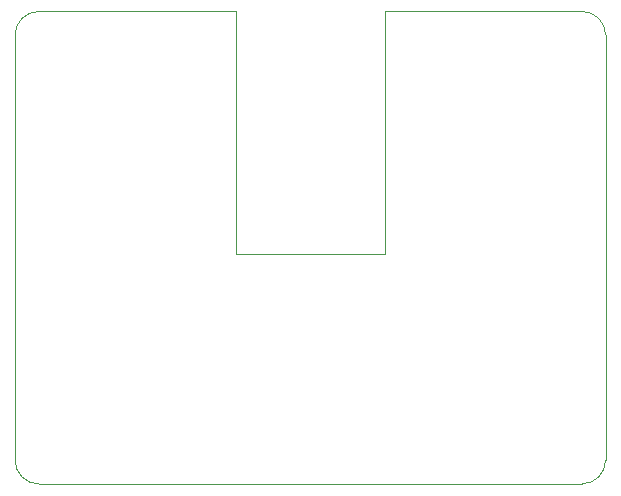
<source format=gbr>
%TF.GenerationSoftware,KiCad,Pcbnew,8.0.5*%
%TF.CreationDate,2024-09-18T02:34:05+09:00*%
%TF.ProjectId,MIDI_Pedal,4d494449-5f50-4656-9461-6c2e6b696361,rev?*%
%TF.SameCoordinates,Original*%
%TF.FileFunction,Profile,NP*%
%FSLAX46Y46*%
G04 Gerber Fmt 4.6, Leading zero omitted, Abs format (unit mm)*
G04 Created by KiCad (PCBNEW 8.0.5) date 2024-09-18 02:34:05*
%MOMM*%
%LPD*%
G01*
G04 APERTURE LIST*
%TA.AperFunction,Profile*%
%ADD10C,0.050000*%
%TD*%
G04 APERTURE END LIST*
D10*
X150000000Y-88038000D02*
G75*
G02*
X148000000Y-90038000I-2000000J0D01*
G01*
X102000000Y-90038000D02*
G75*
G02*
X100000000Y-88038000I0J2000000D01*
G01*
X100000000Y-52038000D02*
G75*
G02*
X102000000Y-50038000I2000000J0D01*
G01*
X148000000Y-50038000D02*
G75*
G02*
X150000000Y-52038000I0J-2000000D01*
G01*
X148000000Y-90038000D02*
X102000000Y-90038000D01*
X118664000Y-50038000D02*
X118664000Y-70566000D01*
X150000000Y-52038000D02*
X150000000Y-88038000D01*
X118664000Y-50038000D02*
X102000000Y-50038000D01*
X131300000Y-70566000D02*
X131300000Y-50038000D01*
X100000000Y-52038000D02*
X100000000Y-88038000D01*
X131300000Y-50038000D02*
X148000000Y-50038000D01*
X118664000Y-70566000D02*
X131300000Y-70566000D01*
M02*

</source>
